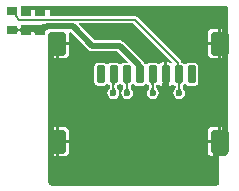
<source format=gtl>
G04*
G04 #@! TF.GenerationSoftware,Altium Limited,Altium Designer,20.0.10 (225)*
G04*
G04 Layer_Physical_Order=1*
G04 Layer_Color=255*
%FSLAX25Y25*%
%MOIN*%
G70*
G01*
G75*
%ADD10C,0.00787*%
G04:AMPARAMS|DCode=13|XSize=78.74mil|YSize=57.09mil|CornerRadius=5.71mil|HoleSize=0mil|Usage=FLASHONLY|Rotation=270.000|XOffset=0mil|YOffset=0mil|HoleType=Round|Shape=RoundedRectangle|*
%AMROUNDEDRECTD13*
21,1,0.07874,0.04567,0,0,270.0*
21,1,0.06732,0.05709,0,0,270.0*
1,1,0.01142,-0.02284,-0.03366*
1,1,0.01142,-0.02284,0.03366*
1,1,0.01142,0.02284,0.03366*
1,1,0.01142,0.02284,-0.03366*
%
%ADD13ROUNDEDRECTD13*%
G04:AMPARAMS|DCode=14|XSize=59.06mil|YSize=25.59mil|CornerRadius=2.56mil|HoleSize=0mil|Usage=FLASHONLY|Rotation=270.000|XOffset=0mil|YOffset=0mil|HoleType=Round|Shape=RoundedRectangle|*
%AMROUNDEDRECTD14*
21,1,0.05906,0.02047,0,0,270.0*
21,1,0.05394,0.02559,0,0,270.0*
1,1,0.00512,-0.01024,-0.02697*
1,1,0.00512,-0.01024,0.02697*
1,1,0.00512,0.01024,0.02697*
1,1,0.00512,0.01024,-0.02697*
%
%ADD14ROUNDEDRECTD14*%
G04:AMPARAMS|DCode=15|XSize=33.47mil|YSize=33.47mil|CornerRadius=3.35mil|HoleSize=0mil|Usage=FLASHONLY|Rotation=90.000|XOffset=0mil|YOffset=0mil|HoleType=Round|Shape=RoundedRectangle|*
%AMROUNDEDRECTD15*
21,1,0.03347,0.02677,0,0,90.0*
21,1,0.02677,0.03347,0,0,90.0*
1,1,0.00669,0.01339,0.01339*
1,1,0.00669,0.01339,-0.01339*
1,1,0.00669,-0.01339,-0.01339*
1,1,0.00669,-0.01339,0.01339*
%
%ADD15ROUNDEDRECTD15*%
G04:AMPARAMS|DCode=16|XSize=27.56mil|YSize=36.22mil|CornerRadius=2.76mil|HoleSize=0mil|Usage=FLASHONLY|Rotation=270.000|XOffset=0mil|YOffset=0mil|HoleType=Round|Shape=RoundedRectangle|*
%AMROUNDEDRECTD16*
21,1,0.02756,0.03071,0,0,270.0*
21,1,0.02205,0.03622,0,0,270.0*
1,1,0.00551,-0.01535,-0.01102*
1,1,0.00551,-0.01535,0.01102*
1,1,0.00551,0.01535,0.01102*
1,1,0.00551,0.01535,-0.01102*
%
%ADD16ROUNDEDRECTD16*%
%ADD22O,0.68504X0.01575*%
%ADD23O,0.01968X0.50000*%
%ADD24O,0.56890X0.01968*%
%ADD25O,0.01968X0.44882*%
%ADD26O,0.01968X0.11811*%
%ADD27O,0.04724X0.01968*%
%ADD28C,0.01968*%
%ADD29C,0.02362*%
G36*
X10238Y54084D02*
X10690Y54075D01*
X10723Y52106D01*
X10331Y52097D01*
X10107Y52078D01*
X10057Y51313D01*
X10048Y51464D01*
X10002Y51599D01*
X9918Y51718D01*
X9796Y51821D01*
X9636Y51908D01*
X9474Y51966D01*
X9411Y51950D01*
X9189Y51862D01*
X9009Y51754D01*
X8871Y51627D01*
X8776Y51481D01*
X8722Y51315D01*
X8711Y51129D01*
X8662Y52095D01*
X8617Y52098D01*
X8268Y52106D01*
Y54075D01*
X8559Y54076D01*
X8551Y54241D01*
X8617Y54209D01*
X8716Y54181D01*
X8848Y54156D01*
X9013Y54135D01*
X9263Y54115D01*
X9966Y54156D01*
X10089Y54181D01*
X10184Y54209D01*
X10248Y54241D01*
X10238Y54084D01*
D02*
G37*
G36*
X5431Y51772D02*
X5423Y51846D01*
X5399Y51913D01*
X5359Y51972D01*
X5303Y52024D01*
X5231Y52067D01*
X5143Y52102D01*
X5039Y52130D01*
X4919Y52150D01*
X4891Y52152D01*
X4863Y52150D01*
X4743Y52130D01*
X4639Y52102D01*
X4551Y52067D01*
X4479Y52024D01*
X4423Y51972D01*
X4383Y51913D01*
X4359Y51846D01*
X4351Y51772D01*
Y53346D01*
X4359Y53272D01*
X4383Y53205D01*
X4423Y53146D01*
X4479Y53095D01*
X4551Y53051D01*
X4639Y53016D01*
X4743Y52988D01*
X4863Y52969D01*
X4891Y52966D01*
X4919Y52969D01*
X5039Y52988D01*
X5143Y53016D01*
X5231Y53051D01*
X5303Y53095D01*
X5359Y53146D01*
X5399Y53205D01*
X5423Y53272D01*
X5431Y53346D01*
Y51772D01*
D02*
G37*
G36*
X73816Y60176D02*
X73751Y52999D01*
X72252D01*
Y48031D01*
Y43064D01*
X73306D01*
X73658Y42709D01*
X73456Y20322D01*
X72252D01*
Y15354D01*
X71752D01*
Y14854D01*
X67867D01*
Y11988D01*
X67989Y11375D01*
X68336Y10856D01*
X68856Y10509D01*
X69468Y10386D01*
X70582D01*
Y1870D01*
X15453D01*
X15425Y10032D01*
X15778Y10386D01*
X17118D01*
Y13348D01*
X16980Y13186D01*
X16853Y13000D01*
X16755Y12830D01*
X16685Y12677D01*
X16643Y12541D01*
X16629Y12423D01*
Y16331D01*
X16632Y16225D01*
X16641Y16136D01*
X16655Y16065D01*
X16676Y16011D01*
X16702Y15974D01*
X16735Y15955D01*
X16773Y15952D01*
X16817Y15968D01*
X16866Y16000D01*
X16922Y16050D01*
X17118Y15755D01*
Y20322D01*
X15390D01*
X15315Y42572D01*
X15813Y43064D01*
X17118D01*
Y48031D01*
X17618D01*
Y48531D01*
X21503D01*
Y51398D01*
X21890Y51756D01*
X22223Y51769D01*
X28025Y45967D01*
X28611Y45575D01*
X29303Y45438D01*
X37638D01*
X41058Y42018D01*
X40866Y41556D01*
X39705D01*
X39298Y41475D01*
X38952Y41244D01*
X38841Y41077D01*
X38838Y41076D01*
X38288D01*
X38285Y41077D01*
X38173Y41244D01*
X37828Y41475D01*
X37421Y41556D01*
X35374D01*
X34967Y41475D01*
X34622Y41244D01*
X34510Y41077D01*
X34507Y41076D01*
X33958D01*
X33955Y41077D01*
X33843Y41244D01*
X33498Y41475D01*
X33090Y41556D01*
X31043D01*
X30636Y41475D01*
X30291Y41244D01*
X30060Y40899D01*
X29980Y40492D01*
Y35098D01*
X30060Y34691D01*
X30291Y34346D01*
X30636Y34116D01*
X31043Y34035D01*
X33090D01*
X33498Y34116D01*
X33843Y34346D01*
X33955Y34514D01*
X33958Y34515D01*
X34507D01*
X34510Y34514D01*
X34622Y34346D01*
X34967Y34116D01*
X35154Y34078D01*
Y33246D01*
X35147Y33213D01*
X35137Y33179D01*
X35124Y33147D01*
X35107Y33114D01*
X35085Y33079D01*
X35057Y33042D01*
X35021Y33001D01*
X35006Y32986D01*
X34900Y32915D01*
X34465Y32264D01*
X34312Y31496D01*
X34465Y30728D01*
X34900Y30077D01*
X35551Y29642D01*
X36319Y29489D01*
X37087Y29642D01*
X37738Y30077D01*
X38173Y30728D01*
X38326Y31496D01*
X38173Y32264D01*
X37738Y32915D01*
X37680Y32954D01*
X37671Y32965D01*
X37641Y33010D01*
X37616Y33053D01*
X37597Y33094D01*
X37582Y33134D01*
X37570Y33174D01*
X37563Y33213D01*
Y34063D01*
X37828Y34116D01*
X38173Y34346D01*
X38285Y34514D01*
X38288Y34515D01*
X38838D01*
X38841Y34514D01*
X38952Y34346D01*
X39298Y34116D01*
X39632Y34049D01*
Y33178D01*
X39624Y33134D01*
X39612Y33088D01*
X39596Y33042D01*
X39575Y32995D01*
X39549Y32945D01*
X39534Y32921D01*
X39526Y32915D01*
X39452Y32805D01*
X39417Y32762D01*
X39397Y32724D01*
X39091Y32264D01*
X38938Y31496D01*
X39091Y30728D01*
X39526Y30077D01*
X40177Y29642D01*
X40945Y29489D01*
X41713Y29642D01*
X42364Y30077D01*
X42799Y30728D01*
X42952Y31496D01*
X42799Y32264D01*
X42364Y32915D01*
X42227Y33007D01*
X42221Y33015D01*
X42157Y33071D01*
X42125Y33104D01*
X42100Y33134D01*
X42081Y33162D01*
X42067Y33188D01*
X42056Y33214D01*
X42047Y33241D01*
X42041Y33269D01*
Y34092D01*
X42159Y34116D01*
X42504Y34346D01*
X42616Y34514D01*
X42619Y34515D01*
X43168D01*
X43172Y34514D01*
X43283Y34346D01*
X43628Y34116D01*
X44035Y34035D01*
X46083D01*
X46490Y34116D01*
X46835Y34346D01*
X46947Y34514D01*
X46950Y34515D01*
X47499D01*
X47502Y34514D01*
X47614Y34346D01*
X47959Y34116D01*
X48245Y34059D01*
Y33204D01*
X48236Y33163D01*
X48225Y33121D01*
X48209Y33080D01*
X48189Y33037D01*
X48164Y32992D01*
X48134Y32946D01*
X48089Y32915D01*
X47654Y32264D01*
X47501Y31496D01*
X47654Y30728D01*
X48089Y30077D01*
X48740Y29642D01*
X49508Y29489D01*
X50276Y29642D01*
X50927Y30077D01*
X51362Y30728D01*
X51515Y31496D01*
X51362Y32264D01*
X50927Y32915D01*
X50814Y32991D01*
X50782Y33022D01*
X50747Y33060D01*
X50720Y33095D01*
X50699Y33128D01*
X50682Y33159D01*
X50670Y33190D01*
X50660Y33221D01*
X50653Y33253D01*
Y34082D01*
X50820Y34116D01*
X51112Y34310D01*
X51216Y34341D01*
X51728Y34288D01*
X51791Y34193D01*
X52207Y33915D01*
X52697Y33818D01*
X52669Y34271D01*
X52639Y34470D01*
X52564Y34789D01*
X52518Y34909D01*
X52467Y35003D01*
X53220D01*
Y37795D01*
Y41773D01*
X52697D01*
X52207Y41675D01*
X51791Y41398D01*
X51728Y41303D01*
X51216Y41249D01*
X51112Y41280D01*
X50820Y41475D01*
X50413Y41556D01*
X48366D01*
X47959Y41475D01*
X47614Y41244D01*
X47502Y41077D01*
X47499Y41076D01*
X46950D01*
X46947Y41077D01*
X46835Y41244D01*
X46490Y41475D01*
X46447Y41483D01*
X46433Y41557D01*
X46041Y42143D01*
X39663Y48521D01*
X39077Y48913D01*
X38386Y49050D01*
X30051D01*
X24803Y54298D01*
X24994Y54760D01*
X42946D01*
X55824Y41882D01*
X55505Y41494D01*
X55234Y41675D01*
X54744Y41773D01*
X54220D01*
Y37795D01*
Y35003D01*
X54974D01*
X54923Y34909D01*
X54877Y34789D01*
X54837Y34643D01*
X54802Y34470D01*
X54748Y34046D01*
X54734Y33818D01*
X54744D01*
X55234Y33915D01*
X55650Y34193D01*
X55713Y34288D01*
X56225Y34341D01*
X56329Y34310D01*
X56621Y34116D01*
X57028Y34035D01*
X57044D01*
Y33222D01*
X57036Y33184D01*
X57025Y33146D01*
X57010Y33108D01*
X56991Y33069D01*
X56967Y33028D01*
X56937Y32985D01*
X56920Y32963D01*
X56849Y32915D01*
X56413Y32264D01*
X56261Y31496D01*
X56413Y30728D01*
X56849Y30077D01*
X57500Y29642D01*
X58268Y29489D01*
X59036Y29642D01*
X59687Y30077D01*
X60122Y30728D01*
X60275Y31496D01*
X60122Y32264D01*
X59687Y32915D01*
X59589Y32980D01*
X59589Y32981D01*
X59553Y33023D01*
X59524Y33062D01*
X59502Y33099D01*
X59484Y33134D01*
X59470Y33169D01*
X59460Y33203D01*
X59452Y33239D01*
Y34110D01*
X59482Y34116D01*
X59827Y34346D01*
X59939Y34514D01*
X59942Y34515D01*
X60491D01*
X60494Y34514D01*
X60606Y34346D01*
X60951Y34116D01*
X61358Y34035D01*
X63406D01*
X63813Y34116D01*
X64158Y34346D01*
X64388Y34691D01*
X64469Y35098D01*
Y40492D01*
X64388Y40899D01*
X64158Y41244D01*
X63813Y41475D01*
X63406Y41556D01*
X61358D01*
X60951Y41475D01*
X60606Y41244D01*
X60494Y41077D01*
X60491Y41076D01*
X59942D01*
X59939Y41077D01*
X59827Y41244D01*
X59482Y41475D01*
X59075Y41556D01*
X59074D01*
X58987Y41996D01*
X58726Y42387D01*
X58726Y42387D01*
X44257Y56855D01*
X43866Y57117D01*
X43406Y57208D01*
X43208Y57169D01*
X15266D01*
X15256Y60039D01*
X15748Y60532D01*
X73464D01*
X73816Y60176D01*
D02*
G37*
G36*
X58272Y41376D02*
X58284Y41240D01*
X58303Y41120D01*
X58331Y41017D01*
X58366Y40929D01*
X58409Y40857D01*
X58461Y40801D01*
X58520Y40761D01*
X58587Y40737D01*
X58661Y40729D01*
X57087D01*
X57161Y40737D01*
X57228Y40761D01*
X57287Y40801D01*
X57339Y40857D01*
X57382Y40929D01*
X57417Y41017D01*
X57445Y41120D01*
X57465Y41240D01*
X57476Y41376D01*
X57480Y41528D01*
X58268D01*
X58272Y41376D01*
D02*
G37*
G36*
X58961Y34854D02*
X58894Y34830D01*
X58835Y34790D01*
X58784Y34734D01*
X58740Y34662D01*
X58705Y34574D01*
X58677Y34470D01*
X58657Y34350D01*
X58646Y34214D01*
X58642Y34062D01*
X57854D01*
X57850Y34214D01*
X57839Y34350D01*
X57819Y34470D01*
X57791Y34574D01*
X57756Y34662D01*
X57713Y34734D01*
X57661Y34790D01*
X57602Y34830D01*
X57535Y34854D01*
X57461Y34862D01*
X59035D01*
X58961Y34854D01*
D02*
G37*
G36*
X50161D02*
X50094Y34830D01*
X50035Y34790D01*
X49984Y34734D01*
X49941Y34662D01*
X49905Y34574D01*
X49878Y34470D01*
X49858Y34350D01*
X49846Y34214D01*
X49843Y34062D01*
X49055D01*
X49051Y34214D01*
X49039Y34350D01*
X49020Y34470D01*
X48992Y34574D01*
X48957Y34662D01*
X48913Y34734D01*
X48862Y34790D01*
X48803Y34830D01*
X48736Y34854D01*
X48661Y34862D01*
X50236D01*
X50161Y34854D01*
D02*
G37*
G36*
X41549D02*
X41482Y34830D01*
X41423Y34790D01*
X41372Y34734D01*
X41329Y34662D01*
X41293Y34574D01*
X41266Y34470D01*
X41246Y34350D01*
X41234Y34214D01*
X41230Y34062D01*
X40443D01*
X40439Y34214D01*
X40427Y34350D01*
X40407Y34470D01*
X40380Y34574D01*
X40345Y34662D01*
X40301Y34734D01*
X40250Y34790D01*
X40191Y34830D01*
X40124Y34854D01*
X40049Y34862D01*
X41624D01*
X41549Y34854D01*
D02*
G37*
G36*
X37071D02*
X37004Y34830D01*
X36945Y34790D01*
X36894Y34734D01*
X36850Y34662D01*
X36815Y34574D01*
X36787Y34470D01*
X36768Y34350D01*
X36756Y34214D01*
X36752Y34062D01*
X35965D01*
X35961Y34214D01*
X35949Y34350D01*
X35929Y34470D01*
X35902Y34574D01*
X35866Y34662D01*
X35823Y34734D01*
X35772Y34790D01*
X35713Y34830D01*
X35646Y34854D01*
X35571Y34862D01*
X37146D01*
X37071Y34854D01*
D02*
G37*
G36*
X58646Y33215D02*
X58659Y33108D01*
X58681Y33004D01*
X58712Y32903D01*
X58751Y32804D01*
X58800Y32708D01*
X58857Y32615D01*
X58922Y32525D01*
X58997Y32438D01*
X59080Y32353D01*
X57427Y32326D01*
X57508Y32413D01*
X57581Y32504D01*
X57645Y32596D01*
X57701Y32691D01*
X57748Y32789D01*
X57786Y32888D01*
X57816Y32990D01*
X57837Y33095D01*
X57850Y33202D01*
X57854Y33311D01*
X58642Y33325D01*
X58646Y33215D01*
D02*
G37*
G36*
X36752Y33304D02*
X36756Y33195D01*
X36769Y33088D01*
X36790Y32983D01*
X36819Y32880D01*
X36857Y32780D01*
X36904Y32682D01*
X36958Y32586D01*
X37022Y32493D01*
X37093Y32401D01*
X37173Y32311D01*
X35521Y32367D01*
X35605Y32449D01*
X35680Y32535D01*
X35747Y32624D01*
X35805Y32716D01*
X35854Y32811D01*
X35893Y32909D01*
X35925Y33010D01*
X35947Y33114D01*
X35960Y33221D01*
X35965Y33331D01*
X36752Y33304D01*
D02*
G37*
G36*
X49847Y33227D02*
X49861Y33120D01*
X49883Y33016D01*
X49914Y32916D01*
X49955Y32818D01*
X50004Y32724D01*
X50063Y32633D01*
X50130Y32546D01*
X50206Y32461D01*
X50291Y32380D01*
X48640Y32297D01*
X48719Y32388D01*
X48789Y32481D01*
X48852Y32576D01*
X48906Y32673D01*
X48951Y32772D01*
X48989Y32873D01*
X49018Y32975D01*
X49038Y33080D01*
X49051Y33187D01*
X49055Y33296D01*
X49843Y33337D01*
X49847Y33227D01*
D02*
G37*
G36*
X41235Y33240D02*
X41249Y33133D01*
X41272Y33029D01*
X41304Y32930D01*
X41345Y32834D01*
X41396Y32742D01*
X41456Y32654D01*
X41525Y32569D01*
X41603Y32489D01*
X41691Y32412D01*
X40044Y32260D01*
X40120Y32355D01*
X40188Y32451D01*
X40248Y32549D01*
X40299Y32648D01*
X40343Y32748D01*
X40379Y32851D01*
X40407Y32954D01*
X40427Y33059D01*
X40439Y33166D01*
X40443Y33274D01*
X41230Y33351D01*
X41235Y33240D01*
D02*
G37*
%LPC*%
G36*
X71252Y52999D02*
X69468D01*
X68856Y52877D01*
X68336Y52530D01*
X67989Y52011D01*
X67867Y51398D01*
Y48531D01*
X71252D01*
Y52999D01*
D02*
G37*
G36*
Y47532D02*
X67867D01*
Y44665D01*
X67989Y44052D01*
X68336Y43533D01*
X68856Y43186D01*
X69468Y43064D01*
X71252D01*
Y47532D01*
D02*
G37*
G36*
X21503D02*
X18118D01*
Y43064D01*
X19902D01*
X20515Y43186D01*
X21034Y43533D01*
X21381Y44052D01*
X21503Y44665D01*
Y47532D01*
D02*
G37*
G36*
X19902Y20322D02*
X18118D01*
Y15854D01*
X21503D01*
Y18721D01*
X21381Y19333D01*
X21034Y19853D01*
X20515Y20200D01*
X19902Y20322D01*
D02*
G37*
G36*
X71252D02*
X69468D01*
X68856Y20200D01*
X68336Y19853D01*
X67989Y19333D01*
X67867Y18721D01*
Y15854D01*
X71252D01*
Y20322D01*
D02*
G37*
G36*
X17618Y15354D02*
X17384D01*
D01*
X17618D01*
D01*
D02*
G37*
G36*
X21503Y14854D02*
X18118D01*
Y10386D01*
X19902D01*
X20515Y10509D01*
X21034Y10856D01*
X21381Y11375D01*
X21503Y11988D01*
Y14854D01*
D02*
G37*
%LPD*%
D10*
X2559Y52559D02*
X7343D01*
X58248Y31496D02*
Y37795D01*
X5039Y56004D02*
X5179D01*
X5219Y55965D01*
X43406D01*
X3852Y57191D02*
X5039Y56004D01*
X43406D02*
X57874Y41535D01*
X49390Y37795D02*
X49449Y37736D01*
Y31555D02*
Y37736D01*
Y31555D02*
X49508Y31496D01*
X40728Y37795D02*
X40837Y37687D01*
Y31604D02*
Y37687D01*
Y31604D02*
X40945Y31496D01*
X36358Y37756D02*
X36398Y37795D01*
X36358Y31535D02*
Y37756D01*
X36319Y31496D02*
X36358Y31535D01*
X2559Y58858D02*
X2868D01*
X3852Y57874D01*
Y57191D02*
Y57874D01*
X57874Y37972D02*
Y41535D01*
Y37972D02*
X58051Y37795D01*
X7343Y52559D02*
X7382Y52598D01*
D13*
X17618Y48031D02*
D03*
Y15354D02*
D03*
X71752D02*
D03*
Y48031D02*
D03*
D14*
X62382Y37795D02*
D03*
X58051D02*
D03*
X53720D02*
D03*
X49390D02*
D03*
X45059D02*
D03*
X40728D02*
D03*
X36398D02*
D03*
X32067D02*
D03*
D15*
X11713Y52598D02*
D03*
Y58819D02*
D03*
X7087Y52598D02*
D03*
Y58819D02*
D03*
D16*
X2559Y58858D02*
D03*
Y52559D02*
D03*
D22*
X40059Y59744D02*
D03*
D23*
X73524Y35482D02*
D03*
D24*
X43091Y1378D02*
D03*
D25*
X15650Y23179D02*
D03*
D26*
X70571Y6398D02*
D03*
D27*
X71949Y11417D02*
D03*
D28*
X13622Y53287D02*
X14075Y53740D01*
X8268Y53091D02*
X12057D01*
X53720Y28227D02*
Y37795D01*
X23740Y34134D02*
X30512Y27362D01*
X52856D02*
X53720Y28227D01*
X30512Y27362D02*
X52856D01*
X22807Y53740D02*
X29303Y47244D01*
X38386D02*
X44764Y40866D01*
X29303Y47244D02*
X38386D01*
X19685Y34134D02*
X23740D01*
X16240D02*
X19685D01*
X15748Y13484D02*
X17618Y15354D01*
X44764Y38091D02*
X45059Y37795D01*
X44764Y38091D02*
Y40866D01*
X11713Y52598D02*
X12402Y53287D01*
X11565Y52451D02*
X11713Y52598D01*
X14075Y53740D02*
X22807D01*
X12402Y53287D02*
X13622D01*
D29*
X13484Y53445D02*
D03*
X40945Y31496D02*
D03*
X58268D02*
D03*
X49508D02*
D03*
X19685Y34134D02*
D03*
X36319Y31496D02*
D03*
X69701Y34170D02*
D03*
M02*

</source>
